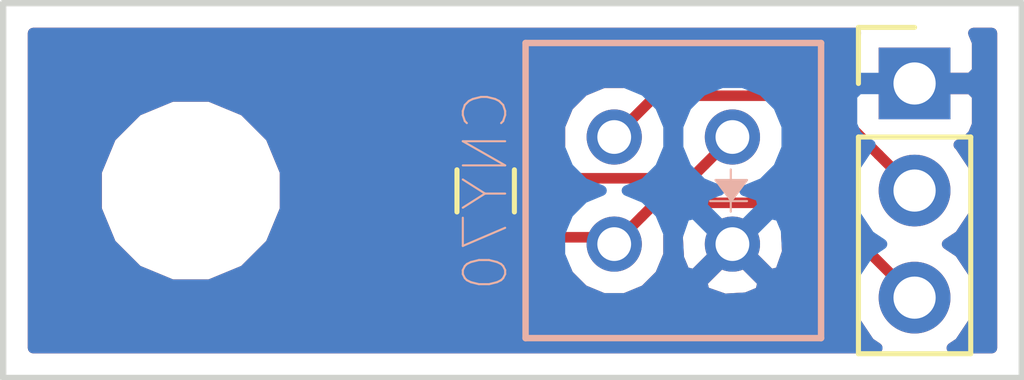
<source format=kicad_pcb>
(kicad_pcb (version 20171130) (host pcbnew "(5.0.1-3-g963ef8bb5)")

  (general
    (thickness 1.6)
    (drawings 4)
    (tracks 15)
    (zones 0)
    (modules 4)
    (nets 5)
  )

  (page A4)
  (layers
    (0 F.Cu signal)
    (31 B.Cu signal)
    (32 B.Adhes user)
    (33 F.Adhes user)
    (34 B.Paste user)
    (35 F.Paste user)
    (36 B.SilkS user)
    (37 F.SilkS user)
    (38 B.Mask user)
    (39 F.Mask user)
    (40 Dwgs.User user)
    (41 Cmts.User user)
    (42 Eco1.User user)
    (43 Eco2.User user)
    (44 Edge.Cuts user)
    (45 Margin user)
    (46 B.CrtYd user)
    (47 F.CrtYd user)
    (48 B.Fab user)
    (49 F.Fab user)
  )

  (setup
    (last_trace_width 0.25)
    (trace_clearance 0.2)
    (zone_clearance 0.508)
    (zone_45_only no)
    (trace_min 0.2)
    (segment_width 0.2)
    (edge_width 0.15)
    (via_size 0.8)
    (via_drill 0.4)
    (via_min_size 0.4)
    (via_min_drill 0.3)
    (uvia_size 0.3)
    (uvia_drill 0.1)
    (uvias_allowed no)
    (uvia_min_size 0.2)
    (uvia_min_drill 0.1)
    (pcb_text_width 0.3)
    (pcb_text_size 1.5 1.5)
    (mod_edge_width 0.15)
    (mod_text_size 1 1)
    (mod_text_width 0.15)
    (pad_size 1.524 1.524)
    (pad_drill 0.762)
    (pad_to_mask_clearance 0.051)
    (solder_mask_min_width 0.25)
    (aux_axis_origin 0 0)
    (visible_elements FFFFFF7F)
    (pcbplotparams
      (layerselection 0x010f0_ffffffff)
      (usegerberextensions false)
      (usegerberattributes false)
      (usegerberadvancedattributes false)
      (creategerberjobfile false)
      (excludeedgelayer true)
      (linewidth 0.100000)
      (plotframeref false)
      (viasonmask false)
      (mode 1)
      (useauxorigin false)
      (hpglpennumber 1)
      (hpglpenspeed 20)
      (hpglpendiameter 15.000000)
      (psnegative false)
      (psa4output false)
      (plotreference true)
      (plotvalue true)
      (plotinvisibletext false)
      (padsonsilk false)
      (subtractmaskfromsilk false)
      (outputformat 1)
      (mirror false)
      (drillshape 0)
      (scaleselection 1)
      (outputdirectory ""))
  )

  (net 0 "")
  (net 1 VCC)
  (net 2 "Net-(J1-Pad2)")
  (net 3 GND)
  (net 4 "Net-(R1-Pad2)")

  (net_class Default "This is the default net class."
    (clearance 0.2)
    (trace_width 0.25)
    (via_dia 0.8)
    (via_drill 0.4)
    (uvia_dia 0.3)
    (uvia_drill 0.1)
    (add_net GND)
    (add_net "Net-(J1-Pad2)")
    (add_net "Net-(R1-Pad2)")
    (add_net VCC)
  )

  (module Socket_Strips:Socket_Strip_Straight_1x03_Pitch2.54mm (layer F.Cu) (tedit 5BEC8041) (tstamp 5BEC81A9)
    (at 156.845 92.71)
    (descr "Through hole straight socket strip, 1x03, 2.54mm pitch, single row")
    (tags "Through hole socket strip THT 1x03 2.54mm single row")
    (path /5BEC8110)
    (fp_text reference J1 (at 0 -2.33) (layer F.SilkS) hide
      (effects (font (size 1 1) (thickness 0.15)))
    )
    (fp_text value Conn_01x03 (at 0 7.41) (layer F.Fab) hide
      (effects (font (size 1 1) (thickness 0.15)))
    )
    (fp_text user %R (at 0 -2.33) (layer F.Fab) hide
      (effects (font (size 1 1) (thickness 0.15)))
    )
    (fp_line (start 1.8 -1.8) (end -1.8 -1.8) (layer F.CrtYd) (width 0.05))
    (fp_line (start 1.8 6.85) (end 1.8 -1.8) (layer F.CrtYd) (width 0.05))
    (fp_line (start -1.8 6.85) (end 1.8 6.85) (layer F.CrtYd) (width 0.05))
    (fp_line (start -1.8 -1.8) (end -1.8 6.85) (layer F.CrtYd) (width 0.05))
    (fp_line (start -1.33 -1.33) (end 0 -1.33) (layer F.SilkS) (width 0.12))
    (fp_line (start -1.33 0) (end -1.33 -1.33) (layer F.SilkS) (width 0.12))
    (fp_line (start 1.33 1.27) (end -1.33 1.27) (layer F.SilkS) (width 0.12))
    (fp_line (start 1.33 6.41) (end 1.33 1.27) (layer F.SilkS) (width 0.12))
    (fp_line (start -1.33 6.41) (end 1.33 6.41) (layer F.SilkS) (width 0.12))
    (fp_line (start -1.33 1.27) (end -1.33 6.41) (layer F.SilkS) (width 0.12))
    (fp_line (start 1.27 -1.27) (end -1.27 -1.27) (layer F.Fab) (width 0.1))
    (fp_line (start 1.27 6.35) (end 1.27 -1.27) (layer F.Fab) (width 0.1))
    (fp_line (start -1.27 6.35) (end 1.27 6.35) (layer F.Fab) (width 0.1))
    (fp_line (start -1.27 -1.27) (end -1.27 6.35) (layer F.Fab) (width 0.1))
    (pad 3 thru_hole oval (at 0 5.08) (size 1.7 1.7) (drill 1) (layers *.Cu *.Mask)
      (net 1 VCC))
    (pad 2 thru_hole oval (at 0 2.54) (size 1.7 1.7) (drill 1) (layers *.Cu *.Mask)
      (net 2 "Net-(J1-Pad2)"))
    (pad 1 thru_hole rect (at 0 0) (size 1.7 1.7) (drill 1) (layers *.Cu *.Mask)
      (net 3 GND))
    (model ${KISYS3DMOD}/Socket_Strips.3dshapes/Socket_Strip_Straight_1x03_Pitch2.54mm.wrl
      (offset (xyz 0 -2.539999961853027 0))
      (scale (xyz 1 1 1))
      (rotate (xyz 0 0 270))
    )
  )

  (module Resistors_SMD:R_0603_HandSoldering (layer F.Cu) (tedit 5BEC8331) (tstamp 5BEC886D)
    (at 146.685 95.2578 90)
    (descr "Resistor SMD 0603, hand soldering")
    (tags "resistor 0603")
    (path /5BEC7D8E)
    (attr smd)
    (fp_text reference R1 (at 0 -1.45 90) (layer F.SilkS) hide
      (effects (font (size 1 1) (thickness 0.15)))
    )
    (fp_text value R (at 0 1.55 90) (layer F.Fab) hide
      (effects (font (size 1 1) (thickness 0.15)))
    )
    (fp_text user %R (at 0 0 90) (layer F.Fab)
      (effects (font (size 0.4 0.4) (thickness 0.075)))
    )
    (fp_line (start -0.8 0.4) (end -0.8 -0.4) (layer F.Fab) (width 0.1))
    (fp_line (start 0.8 0.4) (end -0.8 0.4) (layer F.Fab) (width 0.1))
    (fp_line (start 0.8 -0.4) (end 0.8 0.4) (layer F.Fab) (width 0.1))
    (fp_line (start -0.8 -0.4) (end 0.8 -0.4) (layer F.Fab) (width 0.1))
    (fp_line (start 0.5 0.68) (end -0.5 0.68) (layer F.SilkS) (width 0.12))
    (fp_line (start -0.5 -0.68) (end 0.5 -0.68) (layer F.SilkS) (width 0.12))
    (fp_line (start -1.96 -0.7) (end 1.95 -0.7) (layer F.CrtYd) (width 0.05))
    (fp_line (start -1.96 -0.7) (end -1.96 0.7) (layer F.CrtYd) (width 0.05))
    (fp_line (start 1.95 0.7) (end 1.95 -0.7) (layer F.CrtYd) (width 0.05))
    (fp_line (start 1.95 0.7) (end -1.96 0.7) (layer F.CrtYd) (width 0.05))
    (pad 1 smd rect (at -1.1 0 90) (size 1.2 0.9) (layers F.Cu F.Paste F.Mask)
      (net 1 VCC))
    (pad 2 smd rect (at 1.1 0 90) (size 1.2 0.9) (layers F.Cu F.Paste F.Mask)
      (net 4 "Net-(R1-Pad2)"))
    (model ${KISYS3DMOD}/Resistors_SMD.3dshapes/R_0603.wrl
      (at (xyz 0 0 0))
      (scale (xyz 1 1 1))
      (rotate (xyz 0 0 0))
    )
  )

  (module DIPS254W50P254L710H600Q4 (layer B.Cu) (tedit 5BEC7F65) (tstamp 5BEC80DD)
    (at 151.13 95.25 180)
    (path /5BEC7BDC)
    (fp_text reference S1 (at -1.39861 4.56635 180) (layer B.SilkS) hide
      (effects (font (size 1.00228 1.00228) (thickness 0.05)) (justify mirror))
    )
    (fp_text value CNY70 (at 4.445 0 -90) (layer B.SilkS)
      (effects (font (size 1.00294 1.00294) (thickness 0.05)) (justify mirror))
    )
    (fp_line (start -3.5 3.5) (end -3.5 -3.5) (layer B.SilkS) (width 0.1524))
    (fp_line (start -3.5 -3.5) (end 3.5 -3.5) (layer B.SilkS) (width 0.1524))
    (fp_line (start 3.5 -3.5) (end 3.5 3.5) (layer B.SilkS) (width 0.1524))
    (fp_line (start 3.5 3.5) (end -3.5 3.5) (layer B.SilkS) (width 0.1524))
    (fp_line (start -3.75 3.75) (end -3.75 -3.75) (layer Eco1.User) (width 0.05))
    (fp_line (start -3.75 -3.75) (end 3.75 -3.75) (layer Eco1.User) (width 0.05))
    (fp_line (start 3.75 -3.75) (end 3.75 3.75) (layer Eco1.User) (width 0.05))
    (fp_line (start 3.75 3.75) (end -3.75 3.75) (layer Eco1.User) (width 0.05))
    (fp_line (start -3.5 3.5) (end -3.5 -3.5) (layer Dwgs.User) (width 0.1524))
    (fp_line (start -3.5 -3.5) (end 3.5 -3.5) (layer Dwgs.User) (width 0.1524))
    (fp_line (start 3.5 -3.5) (end 3.5 3.5) (layer Dwgs.User) (width 0.1524))
    (fp_line (start 3.5 3.5) (end -3.5 3.5) (layer Dwgs.User) (width 0.1524))
    (fp_poly (pts (xy -1.746 0.25) (xy -1 0.25) (xy -1.373 -0.25)) (layer B.SilkS) (width 0.05))
    (fp_line (start -1.746 -0.25) (end -0.873 -0.25) (layer B.SilkS) (width 0.05))
    (fp_line (start -1.361 0.5) (end -1.361 -0.5) (layer B.SilkS) (width 0.05))
    (pad CATH thru_hole circle (at -1.4 -1.27 180) (size 1.308 1.308) (drill 0.8) (layers *.Cu *.Mask)
      (net 3 GND))
    (pad COLL thru_hole circle (at 1.4 -1.27 180) (size 1.308 1.308) (drill 0.8) (layers *.Cu *.Mask)
      (net 1 VCC))
    (pad E thru_hole circle (at 1.4 1.27 180) (size 1.308 1.308) (drill 0.8) (layers *.Cu *.Mask)
      (net 2 "Net-(J1-Pad2)"))
    (pad A thru_hole circle (at -1.4 1.27 180) (size 1.308 1.308) (drill 0.8) (layers *.Cu *.Mask)
      (net 4 "Net-(R1-Pad2)"))
  )

  (module Mounting_Holes:MountingHole_3.2mm_M3 (layer F.Cu) (tedit 5BEC8382) (tstamp 5BEC89F8)
    (at 139.7 95.25)
    (descr "Mounting Hole 3.2mm, no annular, M3")
    (tags "mounting hole 3.2mm no annular m3")
    (attr virtual)
    (fp_text reference REF** (at 0 -4.2) (layer F.SilkS) hide
      (effects (font (size 1 1) (thickness 0.15)))
    )
    (fp_text value MountingHole_3.2mm_M3 (at 0 4.2) (layer F.Fab) hide
      (effects (font (size 1 1) (thickness 0.15)))
    )
    (fp_text user %R (at 0.3 0) (layer F.Fab)
      (effects (font (size 1 1) (thickness 0.15)))
    )
    (fp_circle (center 0 0) (end 3.2 0) (layer Cmts.User) (width 0.15))
    (fp_circle (center 0 0) (end 3.45 0) (layer F.CrtYd) (width 0.05))
    (pad 1 np_thru_hole circle (at 0 0) (size 3.2 3.2) (drill 3.2) (layers *.Cu *.Mask))
  )

  (gr_line (start 135.255 90.805) (end 159.385 90.805) (layer Edge.Cuts) (width 0.15))
  (gr_line (start 135.255 99.695) (end 135.255 90.805) (layer Edge.Cuts) (width 0.15))
  (gr_line (start 159.385 99.695) (end 135.255 99.695) (layer Edge.Cuts) (width 0.15))
  (gr_line (start 159.385 90.805) (end 159.385 99.695) (layer Edge.Cuts) (width 0.15))

  (segment (start 150.383999 95.866001) (end 149.73 96.52) (width 0.25) (layer F.Cu) (net 1))
  (segment (start 150.709001 95.540999) (end 150.383999 95.866001) (width 0.25) (layer F.Cu) (net 1))
  (segment (start 154.595999 95.540999) (end 150.709001 95.540999) (width 0.25) (layer F.Cu) (net 1))
  (segment (start 156.845 97.79) (end 154.595999 95.540999) (width 0.25) (layer F.Cu) (net 1))
  (segment (start 149.5678 96.3578) (end 149.73 96.52) (width 0.25) (layer F.Cu) (net 1))
  (segment (start 146.685 96.3578) (end 149.5678 96.3578) (width 0.25) (layer F.Cu) (net 1))
  (segment (start 154.595999 93.000999) (end 155.995001 94.400001) (width 0.25) (layer F.Cu) (net 2))
  (segment (start 155.995001 94.400001) (end 156.845 95.25) (width 0.25) (layer F.Cu) (net 2))
  (segment (start 150.709001 93.000999) (end 154.595999 93.000999) (width 0.25) (layer F.Cu) (net 2))
  (segment (start 149.73 93.98) (end 150.709001 93.000999) (width 0.25) (layer F.Cu) (net 2))
  (segment (start 151.876001 94.633999) (end 152.53 93.98) (width 0.25) (layer F.Cu) (net 4))
  (segment (start 147.336201 94.959001) (end 151.550999 94.959001) (width 0.25) (layer F.Cu) (net 4))
  (segment (start 151.550999 94.959001) (end 151.876001 94.633999) (width 0.25) (layer F.Cu) (net 4))
  (segment (start 146.685 94.3078) (end 147.336201 94.959001) (width 0.25) (layer F.Cu) (net 4))
  (segment (start 146.685 94.1578) (end 146.685 94.3078) (width 0.25) (layer F.Cu) (net 4))

  (zone (net 3) (net_name GND) (layer F.Cu) (tstamp 0) (hatch edge 0.508)
    (connect_pads (clearance 0.508))
    (min_thickness 0.254)
    (fill yes (arc_segments 16) (thermal_gap 0.508) (thermal_bridge_width 0.508))
    (polygon
      (pts
        (xy 135.255 90.805) (xy 159.385 90.805) (xy 159.385 99.695) (xy 135.255 99.695)
      )
    )
    (filled_polygon
      (pts
        (xy 158.675001 98.985) (xy 157.729485 98.985) (xy 157.915625 98.860625) (xy 158.243839 98.369418) (xy 158.359092 97.79)
        (xy 158.243839 97.210582) (xy 157.915625 96.719375) (xy 157.617239 96.52) (xy 157.915625 96.320625) (xy 158.243839 95.829418)
        (xy 158.359092 95.25) (xy 158.243839 94.670582) (xy 157.915625 94.179375) (xy 157.893967 94.164904) (xy 158.054698 94.098327)
        (xy 158.233327 93.919699) (xy 158.33 93.68631) (xy 158.33 92.99575) (xy 158.17125 92.837) (xy 156.972 92.837)
        (xy 156.972 92.857) (xy 156.718 92.857) (xy 156.718 92.837) (xy 156.698 92.837) (xy 156.698 92.583)
        (xy 156.718 92.583) (xy 156.718 92.563) (xy 156.972 92.563) (xy 156.972 92.583) (xy 158.17125 92.583)
        (xy 158.33 92.42425) (xy 158.33 91.73369) (xy 158.239416 91.515) (xy 158.675 91.515)
      )
    )
    (filled_polygon
      (pts
        (xy 155.36 91.73369) (xy 155.36 92.42425) (xy 155.518748 92.582998) (xy 155.36 92.582998) (xy 155.36 92.690198)
        (xy 155.18633 92.516529) (xy 155.143928 92.45307) (xy 154.892536 92.285095) (xy 154.670851 92.240999) (xy 154.670846 92.240999)
        (xy 154.595999 92.226111) (xy 154.521152 92.240999) (xy 150.783847 92.240999) (xy 150.709 92.226111) (xy 150.634153 92.240999)
        (xy 150.634149 92.240999) (xy 150.412464 92.285095) (xy 150.412462 92.285096) (xy 150.412463 92.285096) (xy 150.224527 92.41067)
        (xy 150.224525 92.410672) (xy 150.161072 92.45307) (xy 150.118674 92.516524) (xy 149.944198 92.691) (xy 149.473602 92.691)
        (xy 148.99984 92.887239) (xy 148.637239 93.24984) (xy 148.441 93.723602) (xy 148.441 94.199001) (xy 147.78244 94.199001)
        (xy 147.78244 93.5578) (xy 147.733157 93.310035) (xy 147.592809 93.099991) (xy 147.382765 92.959643) (xy 147.135 92.91036)
        (xy 146.235 92.91036) (xy 145.987235 92.959643) (xy 145.777191 93.099991) (xy 145.636843 93.310035) (xy 145.58756 93.5578)
        (xy 145.58756 94.7578) (xy 145.636843 95.005565) (xy 145.777191 95.215609) (xy 145.840334 95.2578) (xy 145.777191 95.299991)
        (xy 145.636843 95.510035) (xy 145.58756 95.7578) (xy 145.58756 96.9578) (xy 145.636843 97.205565) (xy 145.777191 97.415609)
        (xy 145.987235 97.555957) (xy 146.235 97.60524) (xy 147.135 97.60524) (xy 147.382765 97.555957) (xy 147.592809 97.415609)
        (xy 147.733157 97.205565) (xy 147.750614 97.1178) (xy 148.582414 97.1178) (xy 148.637239 97.25016) (xy 148.99984 97.612761)
        (xy 149.473602 97.809) (xy 149.986398 97.809) (xy 150.46016 97.612761) (xy 150.651004 97.421917) (xy 151.807688 97.421917)
        (xy 151.863862 97.652926) (xy 152.348121 97.821607) (xy 152.860069 97.79213) (xy 153.196138 97.652926) (xy 153.252312 97.421917)
        (xy 152.53 96.699605) (xy 151.807688 97.421917) (xy 150.651004 97.421917) (xy 150.822761 97.25016) (xy 151.019 96.776398)
        (xy 151.019 96.305801) (xy 151.023802 96.300999) (xy 151.241324 96.300999) (xy 151.228393 96.338121) (xy 151.25787 96.850069)
        (xy 151.397074 97.186138) (xy 151.628083 97.242312) (xy 152.350395 96.52) (xy 152.336253 96.505858) (xy 152.515858 96.326253)
        (xy 152.53 96.340395) (xy 152.544143 96.326253) (xy 152.723748 96.505858) (xy 152.709605 96.52) (xy 153.431917 97.242312)
        (xy 153.662926 97.186138) (xy 153.831607 96.701879) (xy 153.808525 96.300999) (xy 154.281198 96.300999) (xy 155.403791 97.423592)
        (xy 155.330908 97.79) (xy 155.446161 98.369418) (xy 155.774375 98.860625) (xy 155.960515 98.985) (xy 135.965 98.985)
        (xy 135.965 94.805431) (xy 137.465 94.805431) (xy 137.465 95.694569) (xy 137.805259 96.516026) (xy 138.433974 97.144741)
        (xy 139.255431 97.485) (xy 140.144569 97.485) (xy 140.966026 97.144741) (xy 141.594741 96.516026) (xy 141.935 95.694569)
        (xy 141.935 94.805431) (xy 141.594741 93.983974) (xy 140.966026 93.355259) (xy 140.144569 93.015) (xy 139.255431 93.015)
        (xy 138.433974 93.355259) (xy 137.805259 93.983974) (xy 137.465 94.805431) (xy 135.965 94.805431) (xy 135.965 91.515)
        (xy 155.450584 91.515)
      )
    )
  )
  (zone (net 3) (net_name GND) (layer B.Cu) (tstamp 0) (hatch edge 0.508)
    (connect_pads (clearance 0.508))
    (min_thickness 0.254)
    (fill yes (arc_segments 16) (thermal_gap 0.508) (thermal_bridge_width 0.508))
    (polygon
      (pts
        (xy 135.255 90.805) (xy 159.385 90.805) (xy 159.385 99.695) (xy 135.255 99.695)
      )
    )
    (filled_polygon
      (pts
        (xy 155.36 91.73369) (xy 155.36 92.42425) (xy 155.51875 92.583) (xy 156.718 92.583) (xy 156.718 92.563)
        (xy 156.972 92.563) (xy 156.972 92.583) (xy 158.17125 92.583) (xy 158.33 92.42425) (xy 158.33 91.73369)
        (xy 158.239416 91.515) (xy 158.675 91.515) (xy 158.675001 98.985) (xy 157.729485 98.985) (xy 157.915625 98.860625)
        (xy 158.243839 98.369418) (xy 158.359092 97.79) (xy 158.243839 97.210582) (xy 157.915625 96.719375) (xy 157.617239 96.52)
        (xy 157.915625 96.320625) (xy 158.243839 95.829418) (xy 158.359092 95.25) (xy 158.243839 94.670582) (xy 157.915625 94.179375)
        (xy 157.893967 94.164904) (xy 158.054698 94.098327) (xy 158.233327 93.919699) (xy 158.33 93.68631) (xy 158.33 92.99575)
        (xy 158.17125 92.837) (xy 156.972 92.837) (xy 156.972 92.857) (xy 156.718 92.857) (xy 156.718 92.837)
        (xy 155.51875 92.837) (xy 155.36 92.99575) (xy 155.36 93.68631) (xy 155.456673 93.919699) (xy 155.635302 94.098327)
        (xy 155.796033 94.164904) (xy 155.774375 94.179375) (xy 155.446161 94.670582) (xy 155.330908 95.25) (xy 155.446161 95.829418)
        (xy 155.774375 96.320625) (xy 156.072761 96.52) (xy 155.774375 96.719375) (xy 155.446161 97.210582) (xy 155.330908 97.79)
        (xy 155.446161 98.369418) (xy 155.774375 98.860625) (xy 155.960515 98.985) (xy 135.965 98.985) (xy 135.965 94.805431)
        (xy 137.465 94.805431) (xy 137.465 95.694569) (xy 137.805259 96.516026) (xy 138.433974 97.144741) (xy 139.255431 97.485)
        (xy 140.144569 97.485) (xy 140.966026 97.144741) (xy 141.594741 96.516026) (xy 141.935 95.694569) (xy 141.935 94.805431)
        (xy 141.594741 93.983974) (xy 141.334369 93.723602) (xy 148.441 93.723602) (xy 148.441 94.236398) (xy 148.637239 94.71016)
        (xy 148.99984 95.072761) (xy 149.427732 95.25) (xy 148.99984 95.427239) (xy 148.637239 95.78984) (xy 148.441 96.263602)
        (xy 148.441 96.776398) (xy 148.637239 97.25016) (xy 148.99984 97.612761) (xy 149.473602 97.809) (xy 149.986398 97.809)
        (xy 150.46016 97.612761) (xy 150.651004 97.421917) (xy 151.807688 97.421917) (xy 151.863862 97.652926) (xy 152.348121 97.821607)
        (xy 152.860069 97.79213) (xy 153.196138 97.652926) (xy 153.252312 97.421917) (xy 152.53 96.699605) (xy 151.807688 97.421917)
        (xy 150.651004 97.421917) (xy 150.822761 97.25016) (xy 151.019 96.776398) (xy 151.019 96.338121) (xy 151.228393 96.338121)
        (xy 151.25787 96.850069) (xy 151.397074 97.186138) (xy 151.628083 97.242312) (xy 152.350395 96.52) (xy 152.709605 96.52)
        (xy 153.431917 97.242312) (xy 153.662926 97.186138) (xy 153.831607 96.701879) (xy 153.80213 96.189931) (xy 153.662926 95.853862)
        (xy 153.431917 95.797688) (xy 152.709605 96.52) (xy 152.350395 96.52) (xy 151.628083 95.797688) (xy 151.397074 95.853862)
        (xy 151.228393 96.338121) (xy 151.019 96.338121) (xy 151.019 96.263602) (xy 150.822761 95.78984) (xy 150.46016 95.427239)
        (xy 150.032268 95.25) (xy 150.46016 95.072761) (xy 150.822761 94.71016) (xy 151.019 94.236398) (xy 151.019 93.723602)
        (xy 151.241 93.723602) (xy 151.241 94.236398) (xy 151.437239 94.71016) (xy 151.79984 95.072761) (xy 152.219824 95.246725)
        (xy 152.199931 95.24787) (xy 151.863862 95.387074) (xy 151.807688 95.618083) (xy 152.53 96.340395) (xy 153.252312 95.618083)
        (xy 153.196138 95.387074) (xy 152.818724 95.25561) (xy 153.26016 95.072761) (xy 153.622761 94.71016) (xy 153.819 94.236398)
        (xy 153.819 93.723602) (xy 153.622761 93.24984) (xy 153.26016 92.887239) (xy 152.786398 92.691) (xy 152.273602 92.691)
        (xy 151.79984 92.887239) (xy 151.437239 93.24984) (xy 151.241 93.723602) (xy 151.019 93.723602) (xy 150.822761 93.24984)
        (xy 150.46016 92.887239) (xy 149.986398 92.691) (xy 149.473602 92.691) (xy 148.99984 92.887239) (xy 148.637239 93.24984)
        (xy 148.441 93.723602) (xy 141.334369 93.723602) (xy 140.966026 93.355259) (xy 140.144569 93.015) (xy 139.255431 93.015)
        (xy 138.433974 93.355259) (xy 137.805259 93.983974) (xy 137.465 94.805431) (xy 135.965 94.805431) (xy 135.965 91.515)
        (xy 155.450584 91.515)
      )
    )
  )
)

</source>
